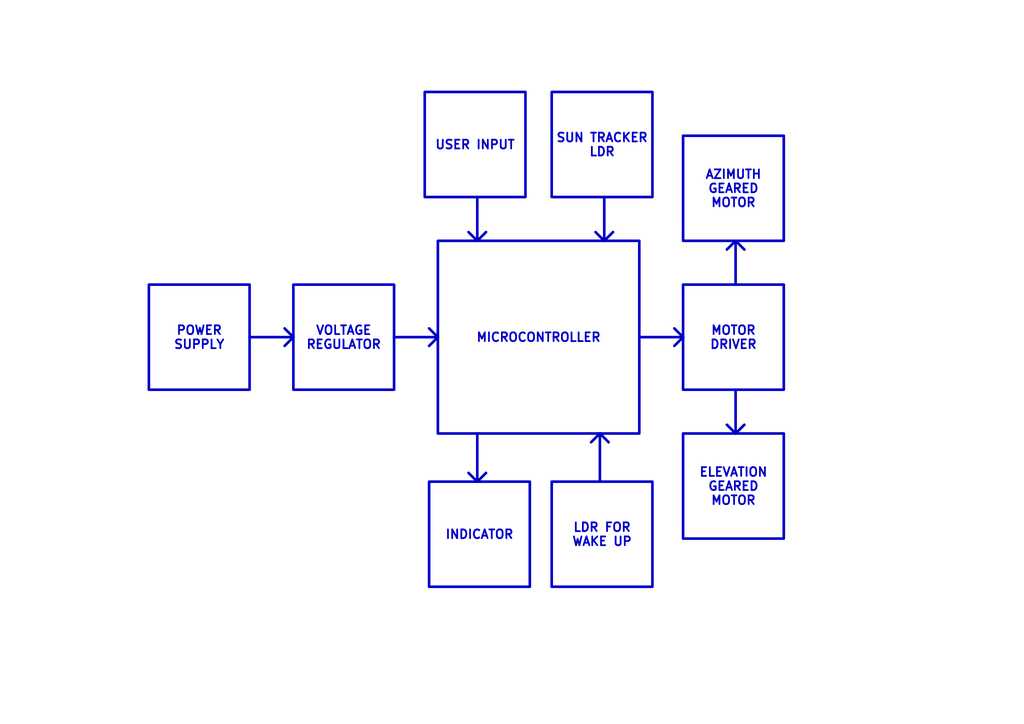
<source format=kicad_sch>
(kicad_sch
	(version 20250114)
	(generator "eeschema")
	(generator_version "9.0")
	(uuid "32176e91-7293-4e8b-8a91-fec60b3ef9e2")
	(paper "A4")
	(lib_symbols)
	(text_box "POWER SUPPLY"
		(exclude_from_sim no)
		(at 43.18 82.55 0)
		(size 29.21 30.48)
		(margins 0.9525 0.9525 0.9525 0.9525)
		(stroke
			(width 0.762)
			(type solid)
		)
		(fill
			(type none)
		)
		(effects
			(font
				(size 2.54 2.54)
				(thickness 0.508)
				(bold yes)
			)
		)
		(uuid "1ea4040e-e6ce-4c9d-a85d-a7cc2086cd26")
	)
	(text_box "VOLTAGE REGULATOR"
		(exclude_from_sim no)
		(at 85.09 82.55 0)
		(size 29.21 30.48)
		(margins 0.9525 0.9525 0.9525 0.9525)
		(stroke
			(width 0.762)
			(type solid)
		)
		(fill
			(type none)
		)
		(effects
			(font
				(size 2.54 2.54)
				(thickness 0.508)
				(bold yes)
			)
		)
		(uuid "55309d3f-c11a-4557-8be6-6f8d0762d395")
	)
	(text_box "MICROCONTROLLER"
		(exclude_from_sim no)
		(at 127 69.85 0)
		(size 58.42 55.88)
		(margins 0.9525 0.9525 0.9525 0.9525)
		(stroke
			(width 0.762)
			(type solid)
		)
		(fill
			(type none)
		)
		(effects
			(font
				(size 2.54 2.54)
				(thickness 0.508)
				(bold yes)
			)
		)
		(uuid "68b07486-75dc-4d5a-a60a-a0ad112d5676")
	)
	(text_box "LDR FOR WAKE UP"
		(exclude_from_sim no)
		(at 160.02 139.7 0)
		(size 29.21 30.48)
		(margins 0.9525 0.9525 0.9525 0.9525)
		(stroke
			(width 0.762)
			(type solid)
		)
		(fill
			(type none)
		)
		(effects
			(font
				(size 2.54 2.54)
				(thickness 0.508)
				(bold yes)
			)
		)
		(uuid "89941f32-c805-4862-9053-5d31801defdd")
	)
	(text_box "USER INPUT"
		(exclude_from_sim no)
		(at 123.19 26.67 0)
		(size 29.21 30.48)
		(margins 0.9525 0.9525 0.9525 0.9525)
		(stroke
			(width 0.762)
			(type solid)
		)
		(fill
			(type none)
		)
		(effects
			(font
				(size 2.54 2.54)
				(thickness 0.508)
				(bold yes)
			)
		)
		(uuid "9f0aa25f-f856-40f9-80bb-6a01bae75d4e")
	)
	(text_box "INDICATOR"
		(exclude_from_sim no)
		(at 124.46 139.7 0)
		(size 29.21 30.48)
		(margins 0.9525 0.9525 0.9525 0.9525)
		(stroke
			(width 0.762)
			(type solid)
		)
		(fill
			(type none)
		)
		(effects
			(font
				(size 2.54 2.54)
				(thickness 0.508)
				(bold yes)
			)
		)
		(uuid "aa057eb7-2ec2-440f-8032-5bd177dbdea4")
	)
	(text_box "ELEVATION  GEARED MOTOR"
		(exclude_from_sim no)
		(at 198.12 125.73 0)
		(size 29.21 30.48)
		(margins 0.9525 0.9525 0.9525 0.9525)
		(stroke
			(width 0.762)
			(type solid)
		)
		(fill
			(type none)
		)
		(effects
			(font
				(size 2.54 2.54)
				(thickness 0.508)
				(bold yes)
			)
		)
		(uuid "cf07c01a-9bfa-48c5-b267-b3c692ce7662")
	)
	(text_box "AZIMUTH GEARED MOTOR"
		(exclude_from_sim no)
		(at 198.12 39.37 0)
		(size 29.21 30.48)
		(margins 0.9525 0.9525 0.9525 0.9525)
		(stroke
			(width 0.762)
			(type solid)
		)
		(fill
			(type none)
		)
		(effects
			(font
				(size 2.54 2.54)
				(thickness 0.508)
				(bold yes)
			)
		)
		(uuid "e130ee65-04bd-41f1-be11-53d8c46b81d8")
	)
	(text_box "MOTOR DRIVER"
		(exclude_from_sim no)
		(at 198.12 82.55 0)
		(size 29.21 30.48)
		(margins 0.9525 0.9525 0.9525 0.9525)
		(stroke
			(width 0.762)
			(type solid)
		)
		(fill
			(type none)
		)
		(effects
			(font
				(size 2.54 2.54)
				(thickness 0.508)
				(bold yes)
			)
		)
		(uuid "e5469a24-a930-4289-971a-cdb51a21afaa")
	)
	(text_box "SUN TRACKER LDR"
		(exclude_from_sim no)
		(at 160.02 26.67 0)
		(size 29.21 30.48)
		(margins 0.9525 0.9525 0.9525 0.9525)
		(stroke
			(width 0.762)
			(type solid)
		)
		(fill
			(type none)
		)
		(effects
			(font
				(size 2.54 2.54)
				(thickness 0.508)
				(bold yes)
			)
		)
		(uuid "ee60093b-9695-48a8-ad89-e7bc2e294cef")
	)
	(polyline
		(pts
			(xy 176.53 128.27) (xy 173.99 125.73)
		)
		(stroke
			(width 0.762)
			(type solid)
		)
		(uuid "01ab15fd-543c-4919-9c5f-947be28c97f7")
	)
	(polyline
		(pts
			(xy 135.89 67.31) (xy 138.43 69.85)
		)
		(stroke
			(width 0.762)
			(type solid)
		)
		(uuid "17c1de41-0b6f-4a91-b9eb-09eee7ca8d5e")
	)
	(polyline
		(pts
			(xy 124.46 100.33) (xy 127 97.79)
		)
		(stroke
			(width 0.762)
			(type solid)
		)
		(uuid "1b9b3e92-84ae-4a6f-81b6-851467178b20")
	)
	(polyline
		(pts
			(xy 213.36 82.55) (xy 213.36 69.85)
		)
		(stroke
			(width 0.762)
			(type solid)
		)
		(uuid "2cf37bfc-5ddd-4aa6-91a3-7cc6ac052d92")
	)
	(polyline
		(pts
			(xy 138.43 57.15) (xy 138.43 69.85)
		)
		(stroke
			(width 0.762)
			(type solid)
		)
		(uuid "2ee0afb7-5516-4fcf-96d6-692433164efc")
	)
	(polyline
		(pts
			(xy 210.82 72.39) (xy 213.36 69.85)
		)
		(stroke
			(width 0.762)
			(type solid)
		)
		(uuid "32f16f70-e4bd-454d-9eea-400d15080e0a")
	)
	(polyline
		(pts
			(xy 215.9 123.19) (xy 213.36 125.73)
		)
		(stroke
			(width 0.762)
			(type solid)
		)
		(uuid "51ae3ae9-c1ef-4b58-b0b0-8eb3528363ea")
	)
	(polyline
		(pts
			(xy 72.39 97.79) (xy 85.09 97.79)
		)
		(stroke
			(width 0.762)
			(type solid)
		)
		(uuid "5a3ad1c1-2e34-4288-be1e-550ec4a123c4")
	)
	(polyline
		(pts
			(xy 215.9 72.39) (xy 213.36 69.85)
		)
		(stroke
			(width 0.762)
			(type solid)
		)
		(uuid "5aaeff9a-6737-4416-bb28-b53b716a1976")
	)
	(polyline
		(pts
			(xy 195.58 100.33) (xy 198.12 97.79)
		)
		(stroke
			(width 0.762)
			(type solid)
		)
		(uuid "665e6198-ecca-4eb8-95e4-5ca178a8cea8")
	)
	(polyline
		(pts
			(xy 195.58 95.25) (xy 198.12 97.79)
		)
		(stroke
			(width 0.762)
			(type solid)
		)
		(uuid "7be1aa46-3256-4fb6-bd7f-7b09bcd2189a")
	)
	(polyline
		(pts
			(xy 135.89 137.16) (xy 138.43 139.7)
		)
		(stroke
			(width 0.762)
			(type solid)
		)
		(uuid "82c92f61-db0f-48c3-9f29-fd55542820cc")
	)
	(polyline
		(pts
			(xy 177.8 67.31) (xy 175.26 69.85)
		)
		(stroke
			(width 0.762)
			(type solid)
		)
		(uuid "8ab509d5-5fea-4c18-b3a8-4c93faac1b53")
	)
	(polyline
		(pts
			(xy 138.43 125.73) (xy 138.43 139.7)
		)
		(stroke
			(width 0.762)
			(type solid)
		)
		(uuid "941e189a-5d36-4c24-bf3f-f79eab42cc8e")
	)
	(polyline
		(pts
			(xy 172.72 67.31) (xy 175.26 69.85)
		)
		(stroke
			(width 0.762)
			(type solid)
		)
		(uuid "94c95b4d-0120-447e-ace3-91ac62107eb1")
	)
	(polyline
		(pts
			(xy 114.3 97.79) (xy 127 97.79)
		)
		(stroke
			(width 0.762)
			(type solid)
		)
		(uuid "9acce0ef-398e-41e1-a743-bc6251021d16")
	)
	(polyline
		(pts
			(xy 82.55 100.33) (xy 85.09 97.79)
		)
		(stroke
			(width 0.762)
			(type solid)
		)
		(uuid "c1096ff7-b795-495a-a85b-f12716f057aa")
	)
	(polyline
		(pts
			(xy 175.26 57.15) (xy 175.26 69.85)
		)
		(stroke
			(width 0.762)
			(type solid)
		)
		(uuid "c7e9b969-16e8-4e46-a01d-a5edc0aa4d4c")
	)
	(polyline
		(pts
			(xy 140.97 67.31) (xy 138.43 69.85)
		)
		(stroke
			(width 0.762)
			(type solid)
		)
		(uuid "c8613b08-c870-4d69-8601-da4c4e3207d1")
	)
	(polyline
		(pts
			(xy 210.82 123.19) (xy 213.36 125.73)
		)
		(stroke
			(width 0.762)
			(type solid)
		)
		(uuid "cefba0e7-e05c-4ef4-a10d-ffa4737b99ff")
	)
	(polyline
		(pts
			(xy 171.45 128.27) (xy 173.99 125.73)
		)
		(stroke
			(width 0.762)
			(type solid)
		)
		(uuid "d9e92874-be9c-4a22-8d0d-99c9d431bd93")
	)
	(polyline
		(pts
			(xy 82.55 95.25) (xy 85.09 97.79)
		)
		(stroke
			(width 0.762)
			(type solid)
		)
		(uuid "e5ceddbd-f202-46b4-aa96-598730ea4a51")
	)
	(polyline
		(pts
			(xy 213.36 113.03) (xy 213.36 125.73)
		)
		(stroke
			(width 0.762)
			(type solid)
		)
		(uuid "ea9028fd-4899-47dd-bad0-435a56b8662b")
	)
	(polyline
		(pts
			(xy 140.97 137.16) (xy 138.43 139.7)
		)
		(stroke
			(width 0.762)
			(type solid)
		)
		(uuid "ece87125-5b1f-478f-8a42-d05ce7aab69b")
	)
	(polyline
		(pts
			(xy 173.99 139.7) (xy 173.99 125.73)
		)
		(stroke
			(width 0.762)
			(type solid)
		)
		(uuid "eef53582-05b4-4922-b03f-c94e8d5d4724")
	)
	(polyline
		(pts
			(xy 124.46 95.25) (xy 127 97.79)
		)
		(stroke
			(width 0.762)
			(type solid)
		)
		(uuid "f3f6b9e9-7d3e-455d-b4af-654b8491677e")
	)
	(polyline
		(pts
			(xy 185.42 97.79) (xy 198.12 97.79)
		)
		(stroke
			(width 0.762)
			(type solid)
		)
		(uuid "fdf2daf1-5f43-4dfc-95da-5ecf185b1f97")
	)
	(sheet_instances
		(path "/"
			(page "1")
		)
	)
	(embedded_fonts no)
)

</source>
